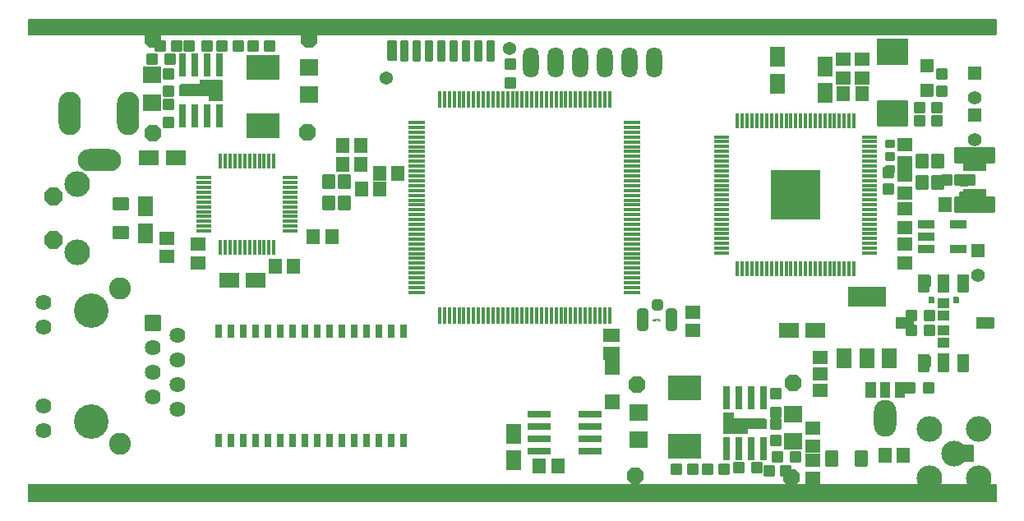
<source format=gbr>
%TF.GenerationSoftware,KiCad,Pcbnew,9.0.7*%
%TF.CreationDate,2026-01-09T15:07:01-08:00*%
%TF.ProjectId,W5500_LX9_AD9957_sramv2_gps,57353530-305f-44c5-9839-5f4144393935,rev?*%
%TF.SameCoordinates,Original*%
%TF.FileFunction,Soldermask,Top*%
%TF.FilePolarity,Negative*%
%FSLAX46Y46*%
G04 Gerber Fmt 4.6, Leading zero omitted, Abs format (unit mm)*
G04 Created by KiCad (PCBNEW 9.0.7) date 2026-01-09 15:07:01*
%MOMM*%
%LPD*%
G01*
G04 APERTURE LIST*
G04 Aperture macros list*
%AMRoundRect*
0 Rectangle with rounded corners*
0 $1 Rounding radius*
0 $2 $3 $4 $5 $6 $7 $8 $9 X,Y pos of 4 corners*
0 Add a 4 corners polygon primitive as box body*
4,1,4,$2,$3,$4,$5,$6,$7,$8,$9,$2,$3,0*
0 Add four circle primitives for the rounded corners*
1,1,$1+$1,$2,$3*
1,1,$1+$1,$4,$5*
1,1,$1+$1,$6,$7*
1,1,$1+$1,$8,$9*
0 Add four rect primitives between the rounded corners*
20,1,$1+$1,$2,$3,$4,$5,0*
20,1,$1+$1,$4,$5,$6,$7,0*
20,1,$1+$1,$6,$7,$8,$9,0*
20,1,$1+$1,$8,$9,$2,$3,0*%
%AMFreePoly0*
4,1,17,0.404157,0.924921,0.924921,0.404157,0.939800,0.368236,0.939800,-0.368236,0.924921,-0.404157,0.404157,-0.924921,0.368236,-0.939800,-0.368236,-0.939800,-0.404157,-0.924921,-0.924921,-0.404157,-0.939800,-0.368236,-0.939800,0.368236,-0.924921,0.404157,-0.404157,0.924921,-0.368236,0.939800,0.368236,0.939800,0.404157,0.924921,0.404157,0.924921,$1*%
%AMFreePoly1*
4,1,17,0.367333,0.836021,0.836021,0.367333,0.850900,0.331412,0.850900,-0.331412,0.836021,-0.367333,0.367333,-0.836021,0.331412,-0.850900,-0.331412,-0.850900,-0.367333,-0.836021,-0.836021,-0.367333,-0.850900,-0.331412,-0.850900,0.331412,-0.836021,0.367333,-0.367333,0.836021,-0.331412,0.850900,0.331412,0.850900,0.367333,0.836021,0.367333,0.836021,$1*%
G04 Aperture macros list end*
%ADD10C,0.025400*%
%ADD11C,0.000000*%
%ADD12RoundRect,0.050800X-0.150000X0.750000X-0.150000X-0.750000X0.150000X-0.750000X0.150000X0.750000X0*%
%ADD13RoundRect,0.050800X0.750000X0.150000X-0.750000X0.150000X-0.750000X-0.150000X0.750000X-0.150000X0*%
%ADD14RoundRect,0.050800X0.150000X-0.750000X0.150000X0.750000X-0.150000X0.750000X-0.150000X-0.750000X0*%
%ADD15RoundRect,0.050800X-0.750000X-0.150000X0.750000X-0.150000X0.750000X0.150000X-0.750000X0.150000X0*%
%ADD16RoundRect,0.050800X0.150000X-0.800000X0.150000X0.800000X-0.150000X0.800000X-0.150000X-0.800000X0*%
%ADD17RoundRect,0.050800X-0.800000X-0.150000X0.800000X-0.150000X0.800000X0.150000X-0.800000X0.150000X0*%
%ADD18RoundRect,0.050800X-2.501900X2.501900X-2.501900X-2.501900X2.501900X-2.501900X2.501900X2.501900X0*%
%ADD19RoundRect,0.050800X0.736600X-0.139700X0.736600X0.139700X-0.736600X0.139700X-0.736600X-0.139700X0*%
%ADD20RoundRect,0.050800X0.139700X0.736600X-0.139700X0.736600X-0.139700X-0.736600X0.139700X-0.736600X0*%
%ADD21O,1.625600X3.149600*%
%ADD22RoundRect,0.050800X0.800000X-0.650000X0.800000X0.650000X-0.800000X0.650000X-0.800000X-0.650000X0*%
%ADD23C,2.641600*%
%ADD24RoundRect,0.050800X1.100000X-0.300000X1.100000X0.300000X-1.100000X0.300000X-1.100000X-0.300000X0*%
%ADD25RoundRect,0.050800X0.750000X-0.650000X0.750000X0.650000X-0.750000X0.650000X-0.750000X-0.650000X0*%
%ADD26RoundRect,0.050800X-0.650000X-0.750000X0.650000X-0.750000X0.650000X0.750000X-0.650000X0.750000X0*%
%ADD27RoundRect,0.050800X0.650000X0.750000X-0.650000X0.750000X-0.650000X-0.750000X0.650000X-0.750000X0*%
%ADD28RoundRect,0.050800X0.600000X0.700000X-0.600000X0.700000X-0.600000X-0.700000X0.600000X-0.700000X0*%
%ADD29RoundRect,0.050800X-0.975000X-0.750000X0.975000X-0.750000X0.975000X0.750000X-0.975000X0.750000X0*%
%ADD30RoundRect,0.050800X-0.750000X0.975000X-0.750000X-0.975000X0.750000X-0.975000X0.750000X0.975000X0*%
%ADD31RoundRect,0.050800X0.750000X-0.975000X0.750000X0.975000X-0.750000X0.975000X-0.750000X-0.975000X0*%
%ADD32RoundRect,0.050800X0.975000X0.750000X-0.975000X0.750000X-0.975000X-0.750000X0.975000X-0.750000X0*%
%ADD33RoundRect,0.050800X-0.750000X0.650000X-0.750000X-0.650000X0.750000X-0.650000X0.750000X0.650000X0*%
%ADD34RoundRect,0.050800X0.508000X-0.889000X0.508000X0.889000X-0.508000X0.889000X-0.508000X-0.889000X0*%
%ADD35RoundRect,0.050800X0.889000X0.508000X-0.889000X0.508000X-0.889000X-0.508000X0.889000X-0.508000X0*%
%ADD36RoundRect,1.150800X0.000010X0.750000X-0.000010X0.750000X-0.000010X-0.750000X0.000010X-0.750000X0*%
%ADD37RoundRect,0.050800X-0.750000X-0.750000X0.750000X-0.750000X0.750000X0.750000X-0.750000X0.750000X0*%
%ADD38RoundRect,0.050800X0.380000X1.025000X-0.380000X1.025000X-0.380000X-1.025000X0.380000X-1.025000X0*%
%ADD39RoundRect,0.050800X-0.380000X-1.025000X0.380000X-1.025000X0.380000X1.025000X-0.380000X1.025000X0*%
%ADD40O,2.286000X4.470400*%
%ADD41O,4.470400X2.286000*%
%ADD42FreePoly0,270.000000*%
%ADD43C,3.556000*%
%ADD44C,1.625600*%
%ADD45RoundRect,0.050800X-0.762000X0.762000X-0.762000X-0.762000X0.762000X-0.762000X0.762000X0.762000X0*%
%ADD46C,2.260600*%
%ADD47RoundRect,0.050800X-0.600000X-0.800000X0.600000X-0.800000X0.600000X0.800000X-0.600000X0.800000X0*%
%ADD48RoundRect,0.050800X0.800000X-0.600000X0.800000X0.600000X-0.800000X0.600000X-0.800000X-0.600000X0*%
%ADD49RoundRect,0.050800X0.825500X0.381000X-0.825500X0.381000X-0.825500X-0.381000X0.825500X-0.381000X0*%
%ADD50RoundRect,0.050800X-0.550000X0.500000X-0.550000X-0.500000X0.550000X-0.500000X0.550000X0.500000X0*%
%ADD51RoundRect,0.685800X-0.000010X-0.000010X0.000010X-0.000010X0.000010X0.000010X-0.000010X0.000010X0*%
%ADD52RoundRect,0.050800X0.500000X0.475000X-0.500000X0.475000X-0.500000X-0.475000X0.500000X-0.475000X0*%
%ADD53RoundRect,0.050800X-0.508000X-0.508000X0.508000X-0.508000X0.508000X0.508000X-0.508000X0.508000X0*%
%ADD54RoundRect,0.050800X0.300000X1.100000X-0.300000X1.100000X-0.300000X-1.100000X0.300000X-1.100000X0*%
%ADD55RoundRect,0.050800X0.508000X0.508000X-0.508000X0.508000X-0.508000X-0.508000X0.508000X-0.508000X0*%
%ADD56RoundRect,0.050800X-0.500000X-0.550000X0.500000X-0.550000X0.500000X0.550000X-0.500000X0.550000X0*%
%ADD57RoundRect,0.050800X0.900000X-0.800000X0.900000X0.800000X-0.900000X0.800000X-0.900000X-0.800000X0*%
%ADD58RoundRect,0.050800X-0.508000X0.508000X-0.508000X-0.508000X0.508000X-0.508000X0.508000X0.508000X0*%
%ADD59RoundRect,0.050800X0.500000X0.550000X-0.500000X0.550000X-0.500000X-0.550000X0.500000X-0.550000X0*%
%ADD60RoundRect,0.050800X-1.625000X1.250000X-1.625000X-1.250000X1.625000X-1.250000X1.625000X1.250000X0*%
%ADD61RoundRect,0.050800X-0.300000X-1.100000X0.300000X-1.100000X0.300000X1.100000X-0.300000X1.100000X0*%
%ADD62RoundRect,0.050800X-0.900000X0.800000X-0.900000X-0.800000X0.900000X-0.800000X0.900000X0.800000X0*%
%ADD63RoundRect,0.050800X0.508000X-0.508000X0.508000X0.508000X-0.508000X0.508000X-0.508000X-0.508000X0*%
%ADD64RoundRect,0.050800X1.625000X-1.250000X1.625000X1.250000X-1.625000X1.250000X-1.625000X-1.250000X0*%
%ADD65RoundRect,0.050800X0.550000X-0.500000X0.550000X0.500000X-0.550000X0.500000X-0.550000X-0.500000X0*%
%ADD66FreePoly1,0.000000*%
%ADD67RoundRect,0.050800X-1.900000X-1.000000X1.900000X-1.000000X1.900000X1.000000X-1.900000X1.000000X0*%
%ADD68RoundRect,0.050800X-0.750000X-1.000000X0.750000X-1.000000X0.750000X1.000000X-0.750000X1.000000X0*%
%ADD69RoundRect,0.050800X-0.450000X0.350000X-0.450000X-0.350000X0.450000X-0.350000X0.450000X0.350000X0*%
%ADD70RoundRect,0.050800X0.450000X-0.350000X0.450000X0.350000X-0.450000X0.350000X-0.450000X-0.350000X0*%
%ADD71RoundRect,0.050800X-1.016000X0.508000X-1.016000X-0.508000X1.016000X-0.508000X1.016000X0.508000X0*%
%ADD72RoundRect,0.050800X-2.032000X0.762000X-2.032000X-0.762000X2.032000X-0.762000X2.032000X0.762000X0*%
%ADD73C,1.422400*%
%ADD74RoundRect,0.050800X-0.660400X0.660400X-0.660400X-0.660400X0.660400X-0.660400X0.660400X0.660400X0*%
%ADD75RoundRect,0.050800X-1.587500X1.270000X-1.587500X-1.270000X1.587500X-1.270000X1.587500X1.270000X0*%
%ADD76RoundRect,0.050800X1.524000X-1.270000X1.524000X1.270000X-1.524000X1.270000X-1.524000X-1.270000X0*%
%ADD77RoundRect,0.050800X0.635000X-0.635000X0.635000X0.635000X-0.635000X0.635000X-0.635000X-0.635000X0*%
%ADD78RoundRect,0.050800X-0.635000X0.635000X-0.635000X-0.635000X0.635000X-0.635000X0.635000X0.635000X0*%
%ADD79RoundRect,0.275400X0.275400X-0.300400X0.275400X0.300400X-0.275400X0.300400X-0.275400X-0.300400X0*%
%ADD80RoundRect,0.287900X-0.287900X0.862900X-0.287900X-0.862900X0.287900X-0.862900X0.287900X0.862900X0*%
%ADD81RoundRect,0.050800X0.300000X0.600000X-0.300000X0.600000X-0.300000X-0.600000X0.300000X-0.600000X0*%
G04 APERTURE END LIST*
D10*
X162982102Y-111144738D02*
X163090960Y-111144738D01*
X162960331Y-111210052D02*
X163036531Y-110981452D01*
X163036531Y-110981452D02*
X163112731Y-111210052D01*
X163188931Y-111210052D02*
X163188931Y-110981452D01*
X163188931Y-110981452D02*
X163319560Y-111210052D01*
X163319560Y-111210052D02*
X163319560Y-110981452D01*
X163395760Y-110981452D02*
X163526389Y-110981452D01*
X163461074Y-111210052D02*
X163461074Y-110981452D01*
X163722331Y-111210052D02*
X163591702Y-111210052D01*
X163657017Y-111210052D02*
X163657017Y-110981452D01*
X163657017Y-110981452D02*
X163635245Y-111014109D01*
X163635245Y-111014109D02*
X163613474Y-111035881D01*
X163613474Y-111035881D02*
X163591702Y-111046767D01*
D11*
%TO.C,IC7*%
G36*
X187449850Y-119119850D02*
G01*
X186399850Y-119119850D01*
X186399850Y-117544850D01*
X187449850Y-117544850D01*
X187449850Y-119119850D01*
G37*
G36*
X185949850Y-119119850D02*
G01*
X184899850Y-119119850D01*
X184899850Y-117544850D01*
X185949850Y-117544850D01*
X185949850Y-119119850D01*
G37*
G36*
X188949850Y-119119850D02*
G01*
X187899850Y-119119850D01*
X187899850Y-117544850D01*
X188949850Y-117544850D01*
X188949850Y-119119850D01*
G37*
%TO.C,X3*%
G36*
X197307100Y-95727900D02*
G01*
X194970300Y-95727900D01*
X194970300Y-94813500D01*
X197307100Y-94813500D01*
X197307100Y-95727900D01*
G37*
G36*
X197307100Y-98518700D02*
G01*
X194970300Y-98518700D01*
X194970300Y-97604300D01*
X197307100Y-97604300D01*
X197307100Y-98518700D01*
G37*
%TD*%
D12*
%TO.C,U1*%
X118452350Y-94756100D03*
X118952350Y-94756100D03*
X119452350Y-94756100D03*
X119952350Y-94756100D03*
X120452350Y-94756100D03*
X120952350Y-94756100D03*
X121452350Y-94756100D03*
X121952350Y-94756100D03*
X122452350Y-94756100D03*
X122952350Y-94756100D03*
X123452350Y-94756100D03*
X123952350Y-94756100D03*
D13*
X125652350Y-96456100D03*
X125652350Y-96956100D03*
X125652350Y-97456100D03*
X125652350Y-97956100D03*
X125652350Y-98456100D03*
X125652350Y-98956100D03*
X125652350Y-99456100D03*
X125652350Y-99956100D03*
X125652350Y-100456100D03*
X125652350Y-100956100D03*
X125652350Y-101456100D03*
X125652350Y-101956100D03*
D14*
X123952350Y-103656100D03*
X123452350Y-103656100D03*
X122952350Y-103656100D03*
X122452350Y-103656100D03*
X121952350Y-103656100D03*
X121452350Y-103656100D03*
X120952350Y-103656100D03*
X120452350Y-103656100D03*
X119952350Y-103656100D03*
X119452350Y-103656100D03*
X118952350Y-103656100D03*
X118452350Y-103656100D03*
D15*
X116752350Y-101956100D03*
X116752350Y-101456100D03*
X116752350Y-100956100D03*
X116752350Y-100456100D03*
X116752350Y-99956100D03*
X116752350Y-99456100D03*
X116752350Y-98956100D03*
X116752350Y-98456100D03*
X116752350Y-97956100D03*
X116752350Y-97456100D03*
X116752350Y-96956100D03*
X116752350Y-96456100D03*
%TD*%
D16*
%TO.C,U2*%
X141027350Y-88423600D03*
X141527350Y-88423600D03*
X142027350Y-88423600D03*
X142527350Y-88423600D03*
X143027350Y-88423600D03*
X143527350Y-88423600D03*
X144027350Y-88423600D03*
X144527350Y-88423600D03*
X145027350Y-88423600D03*
X145527350Y-88423600D03*
X146027350Y-88423600D03*
X146527350Y-88423600D03*
X147027350Y-88423600D03*
X147527350Y-88423600D03*
X148027350Y-88423600D03*
X148527350Y-88423600D03*
X149027350Y-88423600D03*
X149527350Y-88423600D03*
X150027350Y-88423600D03*
X150527350Y-88423600D03*
X151027350Y-88423600D03*
X151527350Y-88423600D03*
X152027350Y-88423600D03*
X152527350Y-88423600D03*
X153027350Y-88423600D03*
X153527350Y-88423600D03*
X154027350Y-88423600D03*
X154527350Y-88423600D03*
X155027350Y-88423600D03*
X155527350Y-88423600D03*
X156027350Y-88423600D03*
X156527350Y-88423600D03*
X157027350Y-88423600D03*
X157527350Y-88423600D03*
X158027350Y-88423600D03*
X158527350Y-88423600D03*
D17*
X160877350Y-90773600D03*
X160877350Y-91273600D03*
X160877350Y-91773600D03*
X160877350Y-92273600D03*
X160877350Y-92773600D03*
X160877350Y-93273600D03*
X160877350Y-93773600D03*
X160877350Y-94273600D03*
X160877350Y-94773600D03*
X160877350Y-95273600D03*
X160877350Y-95773600D03*
X160877350Y-96273600D03*
X160877350Y-96773600D03*
X160877350Y-97273600D03*
X160877350Y-97773600D03*
X160877350Y-98273600D03*
X160877350Y-98773600D03*
X160877350Y-99273600D03*
X160877350Y-99773600D03*
X160877350Y-100273600D03*
X160877350Y-100773600D03*
X160877350Y-101273600D03*
X160877350Y-101773600D03*
X160877350Y-102273600D03*
X160877350Y-102773600D03*
X160877350Y-103273600D03*
X160877350Y-103773600D03*
X160877350Y-104273600D03*
X160877350Y-104773600D03*
X160877350Y-105273600D03*
X160877350Y-105773600D03*
X160877350Y-106273600D03*
X160877350Y-106773600D03*
X160877350Y-107273600D03*
X160877350Y-107773600D03*
X160877350Y-108273600D03*
D16*
X158527350Y-110623600D03*
X158027350Y-110623600D03*
X157527350Y-110623600D03*
X157027350Y-110623600D03*
X156527350Y-110623600D03*
X156027350Y-110623600D03*
X155527350Y-110623600D03*
X155027350Y-110623600D03*
X154527350Y-110623600D03*
X154027350Y-110623600D03*
X153527350Y-110623600D03*
X153027350Y-110623600D03*
X152527350Y-110623600D03*
X152027350Y-110623600D03*
X151527350Y-110623600D03*
X151027350Y-110623600D03*
X150527350Y-110623600D03*
X150027350Y-110623600D03*
X149527350Y-110623600D03*
X149027350Y-110623600D03*
X148527350Y-110623600D03*
X148027350Y-110623600D03*
X147527350Y-110623600D03*
X147027350Y-110623600D03*
X146527350Y-110623600D03*
X146027350Y-110623600D03*
X145527350Y-110623600D03*
X145027350Y-110623600D03*
X144527350Y-110623600D03*
X144027350Y-110623600D03*
X143527350Y-110623600D03*
X143027350Y-110623600D03*
X142527350Y-110623600D03*
X142027350Y-110623600D03*
X141527350Y-110623600D03*
X141027350Y-110623600D03*
D17*
X138677350Y-108273600D03*
X138677350Y-107773600D03*
X138677350Y-107273600D03*
X138677350Y-106773600D03*
X138677350Y-106273600D03*
X138677350Y-105773600D03*
X138677350Y-105273600D03*
X138677350Y-104773600D03*
X138677350Y-104273600D03*
X138677350Y-103773600D03*
X138677350Y-103273600D03*
X138677350Y-102773600D03*
X138677350Y-102273600D03*
X138677350Y-101773600D03*
X138677350Y-101273600D03*
X138677350Y-100773600D03*
X138677350Y-100273600D03*
X138677350Y-99773600D03*
X138677350Y-99273600D03*
X138677350Y-98773600D03*
X138677350Y-98273600D03*
X138677350Y-97773600D03*
X138677350Y-97273600D03*
X138677350Y-96773600D03*
X138677350Y-96273600D03*
X138677350Y-95773600D03*
X138677350Y-95273600D03*
X138677350Y-94773600D03*
X138677350Y-94273600D03*
X138677350Y-93773600D03*
X138677350Y-93273600D03*
X138677350Y-92773600D03*
X138677350Y-92273600D03*
X138677350Y-91773600D03*
X138677350Y-91273600D03*
X138677350Y-90773600D03*
%TD*%
D18*
%TO.C,U3*%
X177717350Y-98253600D03*
D19*
X185337350Y-92259200D03*
X185337350Y-92741800D03*
X185337350Y-93249800D03*
X185337350Y-93757800D03*
X185337350Y-94265800D03*
X185337350Y-94748400D03*
X185337350Y-95256400D03*
X185337350Y-95764400D03*
X185337350Y-96247000D03*
X185337350Y-96755000D03*
X185337350Y-97263000D03*
X185337350Y-97745600D03*
X185337350Y-98253600D03*
X185337350Y-98761600D03*
X185337350Y-99244200D03*
X185337350Y-99752200D03*
X185337350Y-100260200D03*
X185337350Y-100742800D03*
X185337350Y-101250800D03*
X185337350Y-101758800D03*
X185337350Y-102241400D03*
X185337350Y-102749400D03*
X185337350Y-103257400D03*
X185337350Y-103765400D03*
X185337350Y-104248000D03*
D20*
X183711750Y-105873600D03*
X183229150Y-105873600D03*
X182721150Y-105873600D03*
X182213150Y-105873600D03*
X181705150Y-105873600D03*
X181222550Y-105873600D03*
X180714550Y-105873600D03*
X180206550Y-105873600D03*
X179723950Y-105873600D03*
X179215950Y-105873600D03*
X178707950Y-105873600D03*
X178225350Y-105873600D03*
X177717350Y-105873600D03*
X177209350Y-105873600D03*
X176726750Y-105873600D03*
X176218750Y-105873600D03*
X175710750Y-105873600D03*
X175228150Y-105873600D03*
X174720150Y-105873600D03*
X174212150Y-105873600D03*
X173729550Y-105873600D03*
X173221550Y-105873600D03*
X172713550Y-105873600D03*
X172205550Y-105873600D03*
X171722950Y-105873600D03*
D19*
X170097350Y-104248000D03*
X170097350Y-103765400D03*
X170097350Y-103257400D03*
X170097350Y-102749400D03*
X170097350Y-102241400D03*
X170097350Y-101758800D03*
X170097350Y-101250800D03*
X170097350Y-100742800D03*
X170097350Y-100260200D03*
X170097350Y-99752200D03*
X170097350Y-99244200D03*
X170097350Y-98761600D03*
X170097350Y-98253600D03*
X170097350Y-97745600D03*
X170097350Y-97263000D03*
X170097350Y-96755000D03*
X170097350Y-96247000D03*
X170097350Y-95764400D03*
X170097350Y-95256400D03*
X170097350Y-94748400D03*
X170097350Y-94265800D03*
X170097350Y-93757800D03*
X170097350Y-93249800D03*
X170097350Y-92741800D03*
X170097350Y-92259200D03*
D20*
X171722950Y-90633600D03*
X172205550Y-90633600D03*
X172713550Y-90633600D03*
X173221550Y-90633600D03*
X173729550Y-90633600D03*
X174212150Y-90633600D03*
X174720150Y-90633600D03*
X175228150Y-90633600D03*
X175710750Y-90633600D03*
X176218750Y-90633600D03*
X176726750Y-90633600D03*
X177209350Y-90633600D03*
X177717350Y-90633600D03*
X178225350Y-90633600D03*
X178707950Y-90633600D03*
X179215950Y-90633600D03*
X179723950Y-90633600D03*
X180206550Y-90633600D03*
X180714550Y-90633600D03*
X181222550Y-90633600D03*
X181705150Y-90633600D03*
X182213150Y-90633600D03*
X182721150Y-90633600D03*
X183229150Y-90633600D03*
X183711750Y-90633600D03*
%TD*%
D21*
%TO.C,SV1*%
X163112350Y-84601100D03*
X160572350Y-84601100D03*
X158032350Y-84601100D03*
X155492350Y-84601100D03*
X152952350Y-84601100D03*
X150412350Y-84601100D03*
%TD*%
D22*
%TO.C,R1*%
X158701100Y-112702350D03*
X158701100Y-114602350D03*
%TD*%
D23*
%TO.C,X1*%
X194068600Y-124923600D03*
X191528600Y-122383600D03*
X191528600Y-127463600D03*
X196608600Y-127463600D03*
X196608600Y-122383600D03*
%TD*%
D24*
%TO.C,IC2*%
X151304850Y-120796100D03*
X151304850Y-122066100D03*
X151304850Y-124606100D03*
X156504850Y-120796100D03*
X156504850Y-122066100D03*
X156504850Y-124606100D03*
X151304850Y-123336100D03*
X156504850Y-123336100D03*
%TD*%
D25*
%TO.C,R9*%
X116122350Y-103336100D03*
X116122350Y-105236100D03*
%TD*%
%TO.C,C6*%
X112947350Y-102701100D03*
X112947350Y-104601100D03*
%TD*%
D26*
%TO.C,C11*%
X129931100Y-102539850D03*
X128031100Y-102539850D03*
%TD*%
D27*
%TO.C,C12*%
X124062350Y-105556100D03*
X125962350Y-105556100D03*
%TD*%
D28*
%TO.C,Q1*%
X129609850Y-96836100D03*
X131209850Y-96836100D03*
X131209850Y-99036100D03*
X129609850Y-99036100D03*
%TD*%
D27*
%TO.C,R13*%
X131047350Y-95078600D03*
X132947350Y-95078600D03*
%TD*%
D26*
%TO.C,C14*%
X134852350Y-97618600D03*
X132952350Y-97618600D03*
%TD*%
D27*
%TO.C,C15*%
X131047350Y-93173600D03*
X132947350Y-93173600D03*
%TD*%
D29*
%TO.C,C9*%
X119351100Y-106984850D03*
X122101100Y-106984850D03*
%TD*%
D30*
%TO.C,C16*%
X110724850Y-99418600D03*
X110724850Y-102168600D03*
%TD*%
D25*
%TO.C,C21*%
X167081100Y-110321100D03*
X167081100Y-112221100D03*
%TD*%
D30*
%TO.C,C24*%
X175812350Y-84019850D03*
X175812350Y-86769850D03*
%TD*%
D31*
%TO.C,C25*%
X148666100Y-125584225D03*
X148666100Y-122834225D03*
%TD*%
D29*
%TO.C,C26*%
X176977350Y-112223600D03*
X179727350Y-112223600D03*
%TD*%
D32*
%TO.C,C32*%
X113846100Y-94443600D03*
X111096100Y-94443600D03*
%TD*%
D30*
%TO.C,C35*%
X180733600Y-84972350D03*
X180733600Y-87722350D03*
%TD*%
D26*
%TO.C,R14*%
X136757350Y-96031100D03*
X134857350Y-96031100D03*
%TD*%
D33*
%TO.C,R17*%
X188988600Y-105236100D03*
X188988600Y-103336100D03*
%TD*%
%TO.C,R18*%
X188988600Y-101584850D03*
X188988600Y-99684850D03*
%TD*%
D26*
%TO.C,C42*%
X195018600Y-99206100D03*
X193118600Y-99206100D03*
%TD*%
D25*
%TO.C,C43*%
X188988600Y-93017350D03*
X188988600Y-94917350D03*
%TD*%
D26*
%TO.C,C44*%
X184541100Y-87776100D03*
X182641100Y-87776100D03*
%TD*%
D25*
%TO.C,C45*%
X182638600Y-84286100D03*
X182638600Y-86186100D03*
%TD*%
D33*
%TO.C,R16*%
X184543600Y-86186100D03*
X184543600Y-84286100D03*
%TD*%
D34*
%TO.C,U$2*%
X190925350Y-107334100D03*
X194989350Y-107334100D03*
X194989350Y-115589100D03*
X190925350Y-115589100D03*
X192957350Y-115589100D03*
D35*
X188956850Y-111461600D03*
X197211850Y-111461600D03*
D34*
X192957350Y-107334100D03*
%TD*%
D36*
%TO.C,IC7*%
X186924850Y-121259850D03*
%TD*%
D26*
%TO.C,C46*%
X188827350Y-125082350D03*
X186927350Y-125082350D03*
%TD*%
D25*
%TO.C,C47*%
X179463600Y-122227350D03*
X179463600Y-124127350D03*
%TD*%
D33*
%TO.C,C48*%
X179463600Y-127461100D03*
X179463600Y-125561100D03*
%TD*%
D25*
%TO.C,JMP1*%
X180257350Y-114968600D03*
X180257350Y-116668600D03*
X180257350Y-118368600D03*
%TD*%
D37*
%TO.C,LED2*%
X158826100Y-119529850D03*
X158826100Y-116029850D03*
%TD*%
D27*
%TO.C,C57*%
X151287975Y-126193600D03*
X153187975Y-126193600D03*
%TD*%
D38*
%TO.C,X2*%
X142474850Y-83364850D03*
D39*
X141204850Y-83364850D03*
D38*
X143744850Y-83364850D03*
D39*
X139934850Y-83364850D03*
D38*
X145014850Y-83364850D03*
D39*
X138664850Y-83364850D03*
D38*
X146284850Y-83364850D03*
D39*
X137394850Y-83364850D03*
%TD*%
D25*
%TO.C,R21*%
X188988600Y-96192350D03*
X188988600Y-98092350D03*
%TD*%
D40*
%TO.C,J2*%
X108962350Y-89839850D03*
X102962350Y-89839850D03*
D41*
X105962350Y-94639850D03*
%TD*%
D23*
%TO.C,S1*%
X103714450Y-104140050D03*
X103714450Y-97129650D03*
D42*
X101225250Y-102895450D03*
X101225250Y-98374250D03*
%TD*%
D43*
%TO.C,RJ2*%
X105168600Y-121589850D03*
X105168600Y-110159850D03*
D44*
X100215600Y-119938850D03*
X100215600Y-122478850D03*
X114058600Y-112699850D03*
D45*
X111518600Y-111429850D03*
D46*
X108089600Y-107873850D03*
X108089600Y-123875850D03*
D44*
X114058600Y-117779850D03*
X111518600Y-113969850D03*
X111518600Y-116509850D03*
X114058600Y-115239850D03*
X111518600Y-119049850D03*
X114058600Y-120319850D03*
X100215600Y-111810850D03*
X100215600Y-109270850D03*
%TD*%
D47*
%TO.C,L3*%
X184456100Y-125399850D03*
X181456100Y-125399850D03*
%TD*%
D48*
%TO.C,L4*%
X108184850Y-99134850D03*
X108184850Y-102134850D03*
%TD*%
D49*
%TO.C,T1*%
X191160300Y-101269850D03*
X191160300Y-102539850D03*
X191160300Y-103809850D03*
X194436900Y-101269850D03*
X194436900Y-103809850D03*
%TD*%
D50*
%TO.C,R22\u002A0*%
X187242350Y-97603600D03*
X187242350Y-95903600D03*
%TD*%
D51*
%TO.C,TP1*%
X148189850Y-83172350D03*
%TD*%
%TO.C,TP2*%
X135489850Y-86188600D03*
%TD*%
D52*
%TO.C,L1*%
X192957350Y-107772350D03*
X192957350Y-109372350D03*
%TD*%
%TO.C,L5*%
X192957350Y-113487350D03*
X192957350Y-115087350D03*
%TD*%
%TO.C,L6*%
X192957350Y-110629850D03*
X192957350Y-112229850D03*
%TD*%
D53*
%TO.C,C60*%
X192957350Y-115398600D03*
X191052350Y-115398600D03*
%TD*%
%TO.C,C61*%
X191528600Y-112223600D03*
X189623600Y-112223600D03*
%TD*%
%TO.C,C62*%
X191528600Y-110636100D03*
X189623600Y-110636100D03*
%TD*%
%TO.C,C63*%
X192957350Y-107143600D03*
X191052350Y-107143600D03*
%TD*%
%TO.C,C17*%
X191369850Y-118097350D03*
X189464850Y-118097350D03*
%TD*%
D54*
%TO.C,IC10*%
X170573600Y-124348600D03*
X171843600Y-124348600D03*
X174383600Y-124348600D03*
X170573600Y-119148600D03*
X171843600Y-119148600D03*
X174383600Y-119148600D03*
X173113600Y-124348600D03*
X173113600Y-119148600D03*
%TD*%
D55*
%TO.C,C64*%
X171843600Y-126352350D03*
X173748600Y-126352350D03*
%TD*%
D56*
%TO.C,R24*%
X176662350Y-126669850D03*
X174962350Y-126669850D03*
%TD*%
D57*
%TO.C,C65*%
X177399850Y-120824850D03*
X177399850Y-123624850D03*
%TD*%
D58*
%TO.C,C66*%
X175653600Y-120637350D03*
X175653600Y-118732350D03*
%TD*%
D55*
%TO.C,C67*%
X175812350Y-125241100D03*
X177717350Y-125241100D03*
%TD*%
D59*
%TO.C,R25*%
X168612350Y-126511100D03*
X170312350Y-126511100D03*
%TD*%
D56*
%TO.C,R26*%
X167137350Y-126511100D03*
X165437350Y-126511100D03*
%TD*%
D60*
%TO.C,L7*%
X166287350Y-124113600D03*
X166287350Y-118113600D03*
%TD*%
D57*
%TO.C,C68*%
X161524850Y-120666100D03*
X161524850Y-123466100D03*
%TD*%
D50*
%TO.C,R27*%
X175653600Y-123551100D03*
X175653600Y-121851100D03*
%TD*%
D61*
%TO.C,IC11*%
X118344850Y-84858600D03*
X117074850Y-84858600D03*
X114534850Y-84858600D03*
X118344850Y-90058600D03*
X117074850Y-90058600D03*
X114534850Y-90058600D03*
X115804850Y-84858600D03*
X115804850Y-90058600D03*
%TD*%
D53*
%TO.C,C69*%
X117074850Y-82854850D03*
X115169850Y-82854850D03*
%TD*%
D59*
%TO.C,R28*%
X112256100Y-82854850D03*
X113956100Y-82854850D03*
%TD*%
D62*
%TO.C,C70*%
X111359850Y-88699850D03*
X111359850Y-85899850D03*
%TD*%
D63*
%TO.C,C71*%
X113106100Y-88887350D03*
X113106100Y-90792350D03*
%TD*%
D53*
%TO.C,C72*%
X113264850Y-84283600D03*
X111359850Y-84283600D03*
%TD*%
D56*
%TO.C,R29*%
X120306100Y-82854850D03*
X118606100Y-82854850D03*
%TD*%
D59*
%TO.C,R30*%
X121781100Y-82854850D03*
X123481100Y-82854850D03*
%TD*%
D64*
%TO.C,L8*%
X122789850Y-85093600D03*
X122789850Y-91093600D03*
%TD*%
D62*
%TO.C,C73*%
X127552350Y-87906100D03*
X127552350Y-85106100D03*
%TD*%
D65*
%TO.C,R31*%
X113106100Y-85814850D03*
X113106100Y-87514850D03*
%TD*%
D66*
%TO.C,P1*%
X177399850Y-117621100D03*
%TD*%
%TO.C,P2*%
X127393600Y-91744850D03*
%TD*%
%TO.C,P3*%
X127552350Y-82219850D03*
%TD*%
%TO.C,P4*%
X111518600Y-82219850D03*
%TD*%
%TO.C,P5*%
X111518600Y-91903600D03*
%TD*%
%TO.C,P6*%
X161207350Y-127146100D03*
%TD*%
%TO.C,P7*%
X161366100Y-117779850D03*
%TD*%
%TO.C,P8*%
X177241100Y-127304850D03*
%TD*%
D67*
%TO.C,IC12*%
X185019850Y-108756100D03*
D68*
X187319850Y-115056100D03*
X185019850Y-115056100D03*
X182719850Y-115056100D03*
%TD*%
D69*
%TO.C,R32*%
X187401100Y-95569850D03*
X187401100Y-94269850D03*
%TD*%
D70*
%TO.C,R33*%
X187401100Y-92999850D03*
X187401100Y-94299850D03*
%TD*%
D71*
%TO.C,X3*%
X195148100Y-96666100D03*
D72*
X196164100Y-99206100D03*
X196164100Y-94126100D03*
%TD*%
D69*
%TO.C,R34*%
X195021100Y-98268600D03*
X195021100Y-96968600D03*
%TD*%
D55*
%TO.C,C74*%
X193274850Y-96666100D03*
X195179850Y-96666100D03*
%TD*%
D28*
%TO.C,Q2*%
X190728600Y-94772350D03*
X192328600Y-94772350D03*
X192328600Y-96972350D03*
X190728600Y-96972350D03*
%TD*%
D73*
%TO.C,LED3*%
X196132350Y-92538600D03*
D74*
X196132350Y-89998600D03*
%TD*%
D73*
%TO.C,LED1*%
X196132350Y-88252350D03*
D74*
X196132350Y-85712350D03*
%TD*%
D75*
%TO.C,C76*%
X187718600Y-83489850D03*
D76*
X187718600Y-89839850D03*
%TD*%
D77*
%TO.C,C77*%
X191211100Y-87458600D03*
D78*
X191211100Y-84918600D03*
%TD*%
D56*
%TO.C,R36*%
X192219850Y-90633600D03*
X190519850Y-90633600D03*
%TD*%
D59*
%TO.C,R37*%
X190519850Y-89204850D03*
X192219850Y-89204850D03*
%TD*%
D50*
%TO.C,R38*%
X192798600Y-87514850D03*
X192798600Y-85814850D03*
%TD*%
D79*
%TO.C,ANT1*%
X163429850Y-109588350D03*
D80*
X161929850Y-111112350D03*
X164929850Y-111112350D03*
%TD*%
D58*
%TO.C,C80*%
X148348600Y-86664850D03*
X148348600Y-84759850D03*
%TD*%
D73*
%TO.C,LED4*%
X196449850Y-106508600D03*
D74*
X196449850Y-103968600D03*
%TD*%
D81*
%TO.C,IC1*%
X137315475Y-123567800D03*
X136045475Y-123567800D03*
X134775475Y-123567800D03*
X133505475Y-123567800D03*
X132235475Y-123567800D03*
X130965475Y-123567800D03*
X129695475Y-123567800D03*
X128425475Y-123567800D03*
X127155475Y-123567800D03*
X125885475Y-123567800D03*
X124615475Y-123567800D03*
X123345475Y-123567800D03*
X122075475Y-123567800D03*
X120805475Y-123567800D03*
X119535475Y-123567800D03*
X118265475Y-123567800D03*
X118265475Y-112311400D03*
X119535475Y-112311400D03*
X120805475Y-112311400D03*
X122075475Y-112311400D03*
X123345475Y-112311400D03*
X124615475Y-112311400D03*
X125885475Y-112311400D03*
X127155475Y-112311400D03*
X128425475Y-112311400D03*
X129695475Y-112311400D03*
X130965475Y-112311400D03*
X132235475Y-112311400D03*
X133505475Y-112311400D03*
X134775475Y-112311400D03*
X136045475Y-112311400D03*
X137315475Y-112311400D03*
%TD*%
G36*
X191947889Y-108750785D02*
G01*
X191993644Y-108803589D01*
X192004850Y-108855100D01*
X192004850Y-109242100D01*
X191985165Y-109309139D01*
X191932361Y-109354894D01*
X191880850Y-109366100D01*
X191493850Y-109366100D01*
X191426811Y-109346415D01*
X191381056Y-109293611D01*
X191369850Y-109242100D01*
X191369850Y-108855100D01*
X191389535Y-108788061D01*
X191442339Y-108742306D01*
X191493850Y-108731100D01*
X191880850Y-108731100D01*
X191947889Y-108750785D01*
G37*
G36*
X194487889Y-108750785D02*
G01*
X194533644Y-108803589D01*
X194544850Y-108855100D01*
X194544850Y-109242100D01*
X194525165Y-109309139D01*
X194472361Y-109354894D01*
X194420850Y-109366100D01*
X194033850Y-109366100D01*
X193966811Y-109346415D01*
X193921056Y-109293611D01*
X193909850Y-109242100D01*
X193909850Y-108855100D01*
X193929535Y-108788061D01*
X193982339Y-108742306D01*
X194033850Y-108731100D01*
X194420850Y-108731100D01*
X194487889Y-108750785D01*
G37*
G36*
X198344139Y-80123285D02*
G01*
X198389894Y-80176089D01*
X198401100Y-80227600D01*
X198401100Y-81629600D01*
X198381415Y-81696639D01*
X198328611Y-81742394D01*
X198277100Y-81753600D01*
X98725100Y-81753600D01*
X98658061Y-81733915D01*
X98612306Y-81681111D01*
X98601100Y-81629600D01*
X98601100Y-80227600D01*
X98620785Y-80160561D01*
X98673589Y-80114806D01*
X98725100Y-80103600D01*
X198277100Y-80103600D01*
X198344139Y-80123285D01*
G37*
G36*
X198344139Y-128023285D02*
G01*
X198389894Y-128076089D01*
X198401100Y-128127600D01*
X198401100Y-129779600D01*
X198381415Y-129846639D01*
X198328611Y-129892394D01*
X198277100Y-129903600D01*
X98725100Y-129903600D01*
X98658061Y-129883915D01*
X98612306Y-129831111D01*
X98601100Y-129779600D01*
X98601100Y-128127600D01*
X98620785Y-128060561D01*
X98673589Y-128014806D01*
X98725100Y-128003600D01*
X198277100Y-128003600D01*
X198344139Y-128023285D01*
G37*
G36*
X136544139Y-82323285D02*
G01*
X136589894Y-82376089D01*
X136601100Y-82427600D01*
X136601100Y-84318350D01*
X136581415Y-84385389D01*
X136528611Y-84431144D01*
X136477100Y-84442350D01*
X135772600Y-84442350D01*
X135705561Y-84422665D01*
X135659806Y-84369861D01*
X135648600Y-84318350D01*
X135648600Y-82427600D01*
X135668285Y-82360561D01*
X135721089Y-82314806D01*
X135772600Y-82303600D01*
X136477100Y-82303600D01*
X136544139Y-82323285D01*
G37*
G36*
X118605389Y-86593285D02*
G01*
X118651144Y-86646089D01*
X118662350Y-86697600D01*
X118662350Y-88219600D01*
X118642665Y-88286639D01*
X118589861Y-88332394D01*
X118538350Y-88343600D01*
X117357600Y-88343600D01*
X117290561Y-88323915D01*
X117244806Y-88271111D01*
X117233600Y-88219600D01*
X117233600Y-88093600D01*
X114341350Y-88093600D01*
X114274311Y-88073915D01*
X114228556Y-88021111D01*
X114217350Y-87969600D01*
X114217350Y-86947600D01*
X114237035Y-86880561D01*
X114289839Y-86834806D01*
X114341350Y-86823600D01*
X116281100Y-86823600D01*
X116281100Y-86697600D01*
X116300785Y-86630561D01*
X116353589Y-86584806D01*
X116405100Y-86573600D01*
X118538350Y-86573600D01*
X118605389Y-86593285D01*
G37*
G36*
X118605389Y-86367035D02*
G01*
X118651144Y-86419839D01*
X118662350Y-86471350D01*
X118662350Y-86949600D01*
X118642665Y-87016639D01*
X118589861Y-87062394D01*
X118538350Y-87073600D01*
X116293311Y-87073600D01*
X116269121Y-87071218D01*
X116259066Y-87069218D01*
X116197154Y-87036833D01*
X116162580Y-86976117D01*
X116166319Y-86906348D01*
X116207185Y-86849676D01*
X116272203Y-86824094D01*
X116280999Y-86823700D01*
X116281100Y-86823600D01*
X116281100Y-86471350D01*
X116300785Y-86404311D01*
X116353589Y-86358556D01*
X116405100Y-86347350D01*
X118538350Y-86347350D01*
X118605389Y-86367035D01*
G37*
G36*
X118605389Y-87863285D02*
G01*
X118651144Y-87916089D01*
X118662350Y-87967600D01*
X118662350Y-88445850D01*
X118642665Y-88512889D01*
X118589861Y-88558644D01*
X118538350Y-88569850D01*
X117357600Y-88569850D01*
X117290561Y-88550165D01*
X117244806Y-88497361D01*
X117233600Y-88445850D01*
X117233600Y-88093600D01*
X117232703Y-88092703D01*
X117168717Y-88073915D01*
X117122962Y-88021111D01*
X117113018Y-87951953D01*
X117142043Y-87888397D01*
X117200821Y-87850623D01*
X117211566Y-87847982D01*
X117221621Y-87845982D01*
X117245811Y-87843600D01*
X118538350Y-87843600D01*
X118605389Y-87863285D01*
G37*
G36*
X171310389Y-121042035D02*
G01*
X171356144Y-121094839D01*
X171367350Y-121146350D01*
X171367350Y-121272350D01*
X174577100Y-121272350D01*
X174644139Y-121292035D01*
X174689894Y-121344839D01*
X174701100Y-121396350D01*
X174701100Y-122259600D01*
X174681415Y-122326639D01*
X174628611Y-122372394D01*
X174577100Y-122383600D01*
X172796100Y-122383600D01*
X172796100Y-122509600D01*
X172776415Y-122576639D01*
X172723611Y-122622394D01*
X172672100Y-122633600D01*
X170380100Y-122633600D01*
X170313061Y-122613915D01*
X170267306Y-122561111D01*
X170256100Y-122509600D01*
X170256100Y-121146350D01*
X170275785Y-121079311D01*
X170328589Y-121033556D01*
X170380100Y-121022350D01*
X171243350Y-121022350D01*
X171310389Y-121042035D01*
G37*
G36*
X171310389Y-120657035D02*
G01*
X171356144Y-120709839D01*
X171367350Y-120761350D01*
X171367350Y-121272350D01*
X171368246Y-121273246D01*
X171432233Y-121292035D01*
X171477988Y-121344839D01*
X171487932Y-121413997D01*
X171458907Y-121477553D01*
X171400129Y-121515327D01*
X171389384Y-121517968D01*
X171379329Y-121519968D01*
X171355139Y-121522350D01*
X170380100Y-121522350D01*
X170313061Y-121502665D01*
X170267306Y-121449861D01*
X170256100Y-121398350D01*
X170256100Y-120761350D01*
X170275785Y-120694311D01*
X170328589Y-120648556D01*
X170380100Y-120637350D01*
X171243350Y-120637350D01*
X171310389Y-120657035D01*
G37*
G36*
X172808079Y-122135982D02*
G01*
X172818134Y-122137982D01*
X172880046Y-122170367D01*
X172914620Y-122231083D01*
X172910881Y-122300852D01*
X172870015Y-122357524D01*
X172804997Y-122383106D01*
X172796200Y-122383499D01*
X172796100Y-122383600D01*
X172796100Y-122735850D01*
X172776415Y-122802889D01*
X172723611Y-122848644D01*
X172672100Y-122859850D01*
X170380100Y-122859850D01*
X170313061Y-122840165D01*
X170267306Y-122787361D01*
X170256100Y-122735850D01*
X170256100Y-122257600D01*
X170275785Y-122190561D01*
X170328589Y-122144806D01*
X170380100Y-122133600D01*
X172783889Y-122133600D01*
X172808079Y-122135982D01*
G37*
G36*
X195996014Y-123990785D02*
G01*
X196041769Y-124043589D01*
X196052975Y-124095100D01*
X196052975Y-125593350D01*
X196033290Y-125660389D01*
X195980486Y-125706144D01*
X195928975Y-125717350D01*
X194986350Y-125717350D01*
X194919311Y-125697665D01*
X194873556Y-125644861D01*
X194862350Y-125593350D01*
X194862350Y-124095100D01*
X194882035Y-124028061D01*
X194934839Y-123982306D01*
X194986350Y-123971100D01*
X195928975Y-123971100D01*
X195996014Y-123990785D01*
G37*
M02*

</source>
